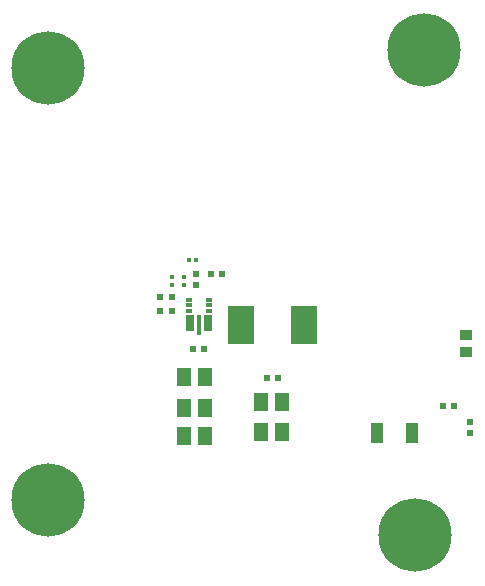
<source format=gbp>
G04*
G04 #@! TF.GenerationSoftware,Altium Limited,Altium Designer,21.6.4 (81)*
G04*
G04 Layer_Color=128*
%FSLAX25Y25*%
%MOIN*%
G70*
G04*
G04 #@! TF.SameCoordinates,4529F259-1C2A-4C1D-AD44-B5440C422FEC*
G04*
G04*
G04 #@! TF.FilePolarity,Positive*
G04*
G01*
G75*
%ADD29R,0.04134X0.06890*%
%ADD30R,0.04134X0.03543*%
%ADD31R,0.02244X0.02441*%
%ADD32R,0.01654X0.01732*%
%ADD33C,0.24410*%
%ADD34R,0.09055X0.12992*%
%ADD35R,0.03150X0.05709*%
%ADD36R,0.02362X0.01181*%
%ADD37R,0.01181X0.06791*%
%ADD38R,0.05118X0.06496*%
%ADD39R,0.02362X0.02441*%
%ADD40R,0.01811X0.01654*%
%ADD41R,0.01654X0.01811*%
%ADD42R,0.02441X0.02362*%
%ADD43R,0.02441X0.02244*%
G54D29*
X138740Y30079D02*
D03*
X126929D02*
D03*
G54D30*
X156653Y62854D02*
D03*
Y57146D02*
D03*
G54D31*
X54744Y75453D02*
D03*
X58524D02*
D03*
Y70925D02*
D03*
X54744D02*
D03*
G54D32*
X62461Y82264D02*
D03*
Y79587D02*
D03*
G54D33*
X17323Y151969D02*
D03*
Y7874D02*
D03*
X139764Y-3937D02*
D03*
X142520Y157874D02*
D03*
G54D34*
X81752Y66348D02*
D03*
X102618D02*
D03*
G54D35*
X64626Y66890D02*
D03*
X70531D02*
D03*
G54D36*
X64232Y71024D02*
D03*
Y72795D02*
D03*
Y74567D02*
D03*
X70925Y71024D02*
D03*
Y72795D02*
D03*
Y74567D02*
D03*
G54D37*
X67579Y66348D02*
D03*
G54D38*
X62657Y38543D02*
D03*
X69744D02*
D03*
X88248Y30669D02*
D03*
X95335D02*
D03*
X62657Y48779D02*
D03*
X69744D02*
D03*
Y29094D02*
D03*
X62657D02*
D03*
X88248Y40512D02*
D03*
X95335D02*
D03*
G54D39*
X149016Y39134D02*
D03*
X152638D02*
D03*
X93996Y48386D02*
D03*
X90374D02*
D03*
X69193Y58228D02*
D03*
X65571D02*
D03*
X71732Y83366D02*
D03*
X75354D02*
D03*
G54D40*
X66752Y87756D02*
D03*
X64153D02*
D03*
G54D41*
X58524Y79587D02*
D03*
Y82185D02*
D03*
G54D42*
X157835Y33701D02*
D03*
Y30079D02*
D03*
G54D43*
X66752Y79587D02*
D03*
Y83366D02*
D03*
M02*

</source>
